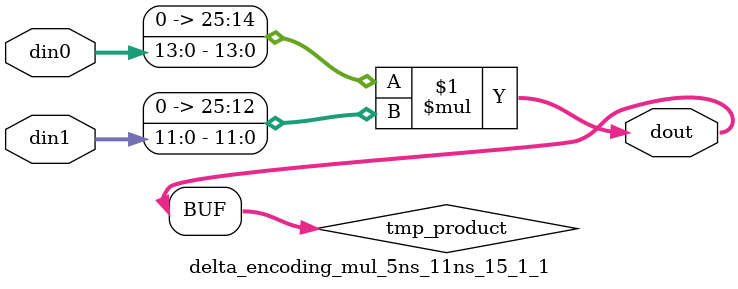
<source format=v>

`timescale 1 ns / 1 ps

 module delta_encoding_mul_5ns_11ns_15_1_1(din0, din1, dout);
parameter ID = 1;
parameter NUM_STAGE = 0;
parameter din0_WIDTH = 14;
parameter din1_WIDTH = 12;
parameter dout_WIDTH = 26;

input [din0_WIDTH - 1 : 0] din0; 
input [din1_WIDTH - 1 : 0] din1; 
output [dout_WIDTH - 1 : 0] dout;

wire signed [dout_WIDTH - 1 : 0] tmp_product;
























assign tmp_product = $signed({1'b0, din0}) * $signed({1'b0, din1});











assign dout = tmp_product;





















endmodule

</source>
